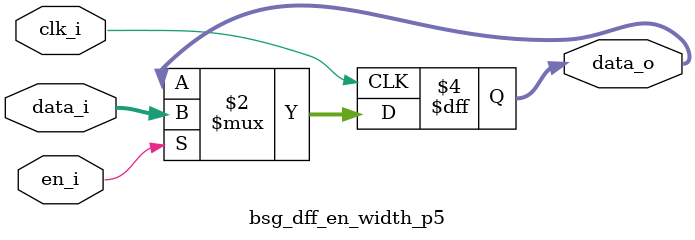
<source format=v>

module bsg_dff_en_width_p5
(
  clk_i,
  data_i,
  en_i,
  data_o
);

  input [4:0] data_i;
  output [4:0] data_o;
  input clk_i;
  input en_i;
  reg [4:0] data_o;

  always @(posedge clk_i) begin
    if(en_i) begin
      { data_o[4:0] } <= { data_i[4:0] };
    end 
  end


endmodule
</source>
